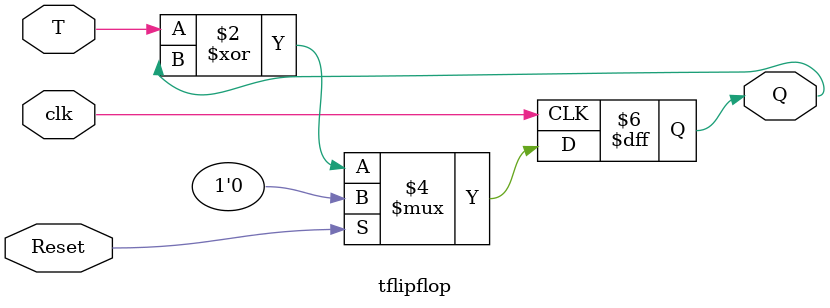
<source format=v>
module part1(
	input Clock,
	input Enable, // enable
	input Reset, 
	output [7:0] CounterValue
);

wire [6:0] squak;

    // Instantiating 8 T flip-flops
    tflipflop moo(Clock, Enable, Reset, CounterValue[0]);
	 assign squak[0] = Enable&CounterValue[0];
    tflipflop quack(Clock, squak[0] , Reset, CounterValue[1]);
	 assign squak[1] = squak[0]&CounterValue[1];
    tflipflop arf(Clock,squak[1] , Reset, CounterValue[2]);
	 assign squak[2] = squak[1]&CounterValue[2];
    tflipflop meow(Clock,squak[2] , Reset, CounterValue[3]);
	 assign squak[3] = squak[2]&CounterValue[3];
    tflipflop neigh(Clock, squak[3], Reset, CounterValue[4]);
	 assign squak[4] = squak[3]&CounterValue[4];
    tflipflop croak(Clock, squak[4], Reset, CounterValue[5]);
	 assign squak[5] = squak[4]&CounterValue[5];
    tflipflop oink(Clock,squak[5] , Reset, CounterValue[6]);
	 assign squak[6] = squak[5]&CounterValue[6];
    tflipflop ribbit(Clock, squak[6], Reset, CounterValue[7]);
endmodule



module tflipflop(
	input clk,  // Clock 
	input T,    // Toggle
	input Reset,
	output reg Q    // Flip-flop
);

   always @(posedge clk) 
	begin
	if (Reset) Q <= 1'b0;
	else Q <= T^Q;  //s-xnoring
	end
	
endmodule


</source>
